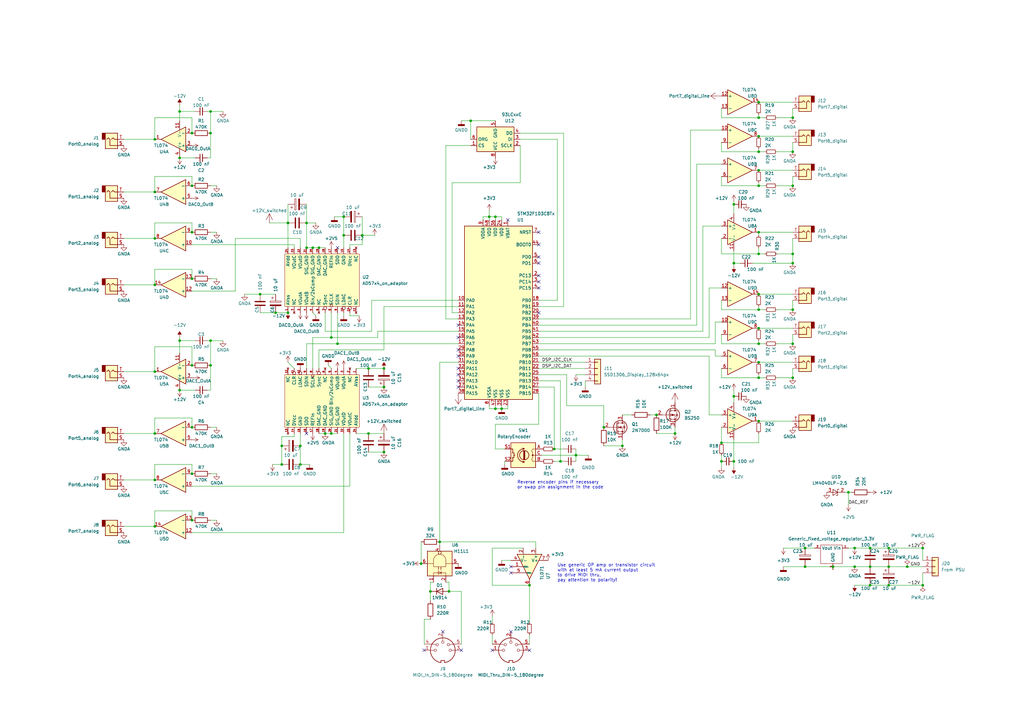
<source format=kicad_sch>
(kicad_sch (version 20211123) (generator eeschema)
  (paper "A3")
  (title_block (title "Midimagic") (date "2022-06-08") (rev "1.2"))
  (junction (at 115.57 190.5))
  (junction (at 330.2 224.79))
  (junction (at 311.15 127))
  (junction (at 378.46 240.03))
  (junction (at 311.15 120.65))
  (junction (at 115.57 182.88))
  (junction (at 78.74 149.86))
  (junction (at 350.52 224.79))
  (junction (at 227.33 184.15))
  (junction (at 148.59 96.52))
  (junction (at 125.73 91.44))
  (junction (at 311.15 55.88))
  (junction (at 325.12 127))
  (junction (at 63.5 152.4))
  (junction (at 205.74 167.64))
  (junction (at 63.5 97.79))
  (junction (at 295.91 181.61))
  (junction (at 130.81 101.6))
  (junction (at 151.13 177.8))
  (junction (at 176.53 242.57))
  (junction (at 247.65 175.26))
  (junction (at 311.15 48.26))
  (junction (at 128.27 101.6))
  (junction (at 125.73 101.6))
  (junction (at 300.99 107.95))
  (junction (at 356.87 240.03))
  (junction (at 123.19 182.88))
  (junction (at 63.5 78.74))
  (junction (at 325.12 140.97))
  (junction (at 311.15 41.91))
  (junction (at 86.36 54.61))
  (junction (at 330.2 232.41))
  (junction (at 364.49 224.79))
  (junction (at 300.99 162.56))
  (junction (at 73.66 64.77))
  (junction (at 311.15 140.97))
  (junction (at 123.19 190.5))
  (junction (at 157.48 158.75))
  (junction (at 113.03 128.27))
  (junction (at 63.5 196.85))
  (junction (at 276.86 177.8))
  (junction (at 295.91 189.23))
  (junction (at 356.87 232.41))
  (junction (at 63.5 177.8))
  (junction (at 311.15 69.85))
  (junction (at 311.15 104.14))
  (junction (at 325.12 154.94))
  (junction (at 135.89 138.43))
  (junction (at 140.97 96.52))
  (junction (at 78.74 76.2))
  (junction (at 78.74 114.3))
  (junction (at 341.63 232.41))
  (junction (at 180.34 222.25))
  (junction (at 63.5 116.84))
  (junction (at 325.12 62.23))
  (junction (at 78.74 194.31))
  (junction (at 311.15 148.59))
  (junction (at 356.87 224.79))
  (junction (at 300.99 189.23))
  (junction (at 203.2 88.9))
  (junction (at 138.43 140.97))
  (junction (at 269.24 170.18))
  (junction (at 217.17 240.03))
  (junction (at 78.74 213.36))
  (junction (at 325.12 48.26))
  (junction (at 63.5 215.9))
  (junction (at 300.99 83.82))
  (junction (at 203.2 167.64))
  (junction (at 86.36 45.72))
  (junction (at 172.72 231.14))
  (junction (at 311.15 62.23))
  (junction (at 184.15 242.57))
  (junction (at 372.11 232.41))
  (junction (at 364.49 240.03))
  (junction (at 325.12 107.95))
  (junction (at 325.12 104.14))
  (junction (at 73.66 160.02))
  (junction (at 78.74 175.26))
  (junction (at 350.52 232.41))
  (junction (at 86.36 149.86))
  (junction (at 311.15 76.2))
  (junction (at 135.89 177.8))
  (junction (at 78.74 54.61))
  (junction (at 140.97 88.9))
  (junction (at 229.87 189.23))
  (junction (at 118.11 128.27))
  (junction (at 200.66 88.9))
  (junction (at 118.11 91.44))
  (junction (at 78.74 95.25))
  (junction (at 73.66 139.7))
  (junction (at 106.68 120.65))
  (junction (at 157.48 151.13))
  (junction (at 73.66 45.72))
  (junction (at 157.48 185.42))
  (junction (at 311.15 154.94))
  (junction (at 133.35 177.8))
  (junction (at 193.04 49.53))
  (junction (at 311.15 95.25))
  (junction (at 255.27 182.88))
  (junction (at 378.46 224.79))
  (junction (at 236.22 186.69))
  (junction (at 63.5 57.15))
  (junction (at 86.36 139.7))
  (junction (at 151.13 151.13))
  (junction (at 311.15 172.72))
  (junction (at 325.12 76.2))
  (junction (at 364.49 232.41))
  (junction (at 347.98 201.93))
  (junction (at 311.15 134.62))
  (no_connect (at 208.28 90.17))
  (no_connect (at 220.98 128.27))
  (no_connect (at 220.98 95.25))
  (no_connect (at 220.98 100.33))
  (no_connect (at 220.98 107.95))
  (no_connect (at 220.98 105.41))
  (no_connect (at 220.98 113.03))
  (no_connect (at 220.98 115.57))
  (no_connect (at 220.98 118.11))
  (no_connect (at 187.96 158.75))
  (no_connect (at 187.96 156.21))
  (no_connect (at 187.96 153.67))
  (no_connect (at 187.96 151.13))
  (no_connect (at 187.96 146.05))
  (no_connect (at 187.96 143.51))
  (no_connect (at 187.96 138.43))
  (no_connect (at 187.96 133.35))
  (no_connect (at 217.17 266.7))
  (no_connect (at 209.55 259.08))
  (no_connect (at 201.93 266.7))
  (no_connect (at 189.23 266.7))
  (no_connect (at 181.61 259.08))
  (no_connect (at 173.99 266.7))
  (no_connect (at 209.55 234.95))
  (no_connect (at 209.55 232.41))
  (no_connect (at 125.73 177.8))
  (no_connect (at 138.43 101.6))
  (wire (pts (xy 311.15 69.85) (xy 325.12 69.85)))
  (wire (pts (xy 311.15 62.23) (xy 311.15 60.96)))
  (wire (pts (xy 311.15 139.7) (xy 311.15 140.97)))
  (wire (pts (xy 154.94 138.43) (xy 135.89 138.43)))
  (wire (pts (xy 255.27 170.18) (xy 259.08 170.18)))
  (wire (pts (xy 346.71 201.93) (xy 347.98 201.93)))
  (wire (pts (xy 73.66 45.72) (xy 80.01 45.72)))
  (wire (pts (xy 205.74 167.64) (xy 208.28 167.64)))
  (wire (pts (xy 134.62 149.86) (xy 135.89 151.13)))
  (wire (pts (xy 311.15 172.72) (xy 325.12 172.72)))
  (wire (pts (xy 78.74 91.44) (xy 78.74 95.25)))
  (wire (pts (xy 311.15 148.59) (xy 325.12 148.59)))
  (wire (pts (xy 318.77 140.97) (xy 325.12 140.97)))
  (wire (pts (xy 143.51 199.39) (xy 143.51 177.8)))
  (wire (pts (xy 293.37 143.51) (xy 293.37 146.05)))
  (wire (pts (xy 220.98 135.89) (xy 288.29 135.89)))
  (wire (pts (xy 86.36 95.25) (xy 88.9 95.25)))
  (wire (pts (xy 293.37 140.97) (xy 293.37 132.08)))
  (wire (pts (xy 325.12 72.39) (xy 325.12 76.2)))
  (wire (pts (xy 364.49 232.41) (xy 372.11 232.41)))
  (wire (pts (xy 86.36 160.02) (xy 86.36 149.86)))
  (wire (pts (xy 227.33 184.15) (xy 231.14 184.15)))
  (wire (pts (xy 78.74 110.49) (xy 78.74 114.3)))
  (wire (pts (xy 138.43 128.27) (xy 138.43 140.97)))
  (wire (pts (xy 219.71 222.25) (xy 219.71 224.79)))
  (wire (pts (xy 146.05 151.13) (xy 151.13 151.13)))
  (wire (pts (xy 140.97 128.27) (xy 140.97 129.54)))
  (wire (pts (xy 86.36 194.31) (xy 88.9 194.31)))
  (wire (pts (xy 311.15 104.14) (xy 313.69 104.14)))
  (wire (pts (xy 231.14 125.73) (xy 231.14 54.61)))
  (wire (pts (xy 152.4 123.19) (xy 187.96 123.19)))
  (wire (pts (xy 356.87 224.79) (xy 364.49 224.79)))
  (wire (pts (xy 232.41 153.67) (xy 232.41 166.37)))
  (wire (pts (xy 151.13 185.42) (xy 157.48 185.42)))
  (wire (pts (xy 78.74 218.44) (xy 140.97 218.44)))
  (wire (pts (xy 295.91 48.26) (xy 311.15 48.26)))
  (wire (pts (xy 205.74 90.17) (xy 205.74 88.9)))
  (wire (pts (xy 350.52 232.41) (xy 356.87 232.41)))
  (wire (pts (xy 236.22 184.15) (xy 236.22 186.69)))
  (wire (pts (xy 364.49 224.79) (xy 378.46 224.79)))
  (wire (pts (xy 300.99 189.23) (xy 300.99 191.77)))
  (wire (pts (xy 50.8 97.79) (xy 63.5 97.79)))
  (wire (pts (xy 172.72 222.25) (xy 172.72 231.14)))
  (wire (pts (xy 295.91 181.61) (xy 311.15 181.61)))
  (wire (pts (xy 220.98 156.21) (xy 229.87 156.21)))
  (wire (pts (xy 311.15 101.6) (xy 311.15 104.14)))
  (wire (pts (xy 220.98 133.35) (xy 285.75 133.35)))
  (wire (pts (xy 350.52 232.41) (xy 341.63 232.41)))
  (wire (pts (xy 300.99 162.56) (xy 300.99 165.1)))
  (wire (pts (xy 220.98 146.05) (xy 290.83 146.05)))
  (wire (pts (xy 63.5 177.8) (xy 63.5 171.45)))
  (wire (pts (xy 185.42 74.93) (xy 213.36 74.93)))
  (wire (pts (xy 198.12 90.17) (xy 198.12 88.9)))
  (wire (pts (xy 187.96 140.97) (xy 138.43 140.97)))
  (wire (pts (xy 311.15 127) (xy 313.69 127)))
  (wire (pts (xy 203.2 173.99) (xy 220.98 173.99)))
  (wire (pts (xy 217.17 240.03) (xy 217.17 255.27)))
  (wire (pts (xy 86.36 114.3) (xy 88.9 114.3)))
  (wire (pts (xy 106.68 128.27) (xy 113.03 128.27)))
  (wire (pts (xy 78.74 72.39) (xy 78.74 76.2)))
  (wire (pts (xy 318.77 104.14) (xy 325.12 104.14)))
  (wire (pts (xy 63.5 78.74) (xy 63.5 72.39)))
  (wire (pts (xy 232.41 153.67) (xy 220.98 153.67)))
  (wire (pts (xy 213.36 74.93) (xy 213.36 59.69)))
  (wire (pts (xy 151.13 158.75) (xy 157.48 158.75)))
  (wire (pts (xy 152.4 135.89) (xy 152.4 123.19)))
  (wire (pts (xy 78.74 199.39) (xy 143.51 199.39)))
  (wire (pts (xy 311.15 62.23) (xy 313.69 62.23)))
  (wire (pts (xy 96.52 119.38) (xy 96.52 97.79)))
  (wire (pts (xy 325.12 123.19) (xy 325.12 127)))
  (wire (pts (xy 118.11 91.44) (xy 118.11 101.6)))
  (wire (pts (xy 86.36 45.72) (xy 85.09 45.72)))
  (wire (pts (xy 50.8 215.9) (xy 63.5 215.9)))
  (wire (pts (xy 318.77 154.94) (xy 325.12 154.94)))
  (wire (pts (xy 50.8 196.85) (xy 63.5 196.85)))
  (wire (pts (xy 50.8 152.4) (xy 63.5 152.4)))
  (wire (pts (xy 227.33 184.15) (xy 227.33 158.75)))
  (wire (pts (xy 140.97 88.9) (xy 140.97 96.52)))
  (wire (pts (xy 113.03 128.27) (xy 118.11 128.27)))
  (wire (pts (xy 227.33 189.23) (xy 229.87 189.23)))
  (wire (pts (xy 78.74 209.55) (xy 78.74 213.36)))
  (wire (pts (xy 295.91 127) (xy 295.91 123.19)))
  (wire (pts (xy 325.12 104.14) (xy 325.12 107.95)))
  (wire (pts (xy 205.74 166.37) (xy 205.74 167.64)))
  (wire (pts (xy 78.74 171.45) (xy 78.74 175.26)))
  (wire (pts (xy 311.15 96.52) (xy 311.15 95.25)))
  (wire (pts (xy 184.15 238.76) (xy 182.88 238.76)))
  (wire (pts (xy 133.35 135.89) (xy 152.4 135.89)))
  (wire (pts (xy 73.66 138.43) (xy 73.66 139.7)))
  (wire (pts (xy 128.27 151.13) (xy 128.27 138.43)))
  (wire (pts (xy 266.7 170.18) (xy 269.24 170.18)))
  (wire (pts (xy 123.19 182.88) (xy 123.19 190.5)))
  (wire (pts (xy 86.36 54.61) (xy 86.36 45.72)))
  (wire (pts (xy 201.93 260.35) (xy 201.93 264.16)))
  (wire (pts (xy 129.54 129.54) (xy 128.27 128.27)))
  (wire (pts (xy 283.21 130.81) (xy 283.21 53.34)))
  (wire (pts (xy 151.13 177.8) (xy 157.48 177.8)))
  (wire (pts (xy 325.12 137.16) (xy 325.12 140.97)))
  (wire (pts (xy 86.36 139.7) (xy 86.36 149.86)))
  (wire (pts (xy 63.5 48.26) (xy 78.74 48.26)))
  (wire (pts (xy 325.12 58.42) (xy 325.12 62.23)))
  (wire (pts (xy 187.96 128.27) (xy 185.42 128.27)))
  (wire (pts (xy 285.75 67.31) (xy 295.91 67.31)))
  (wire (pts (xy 293.37 132.08) (xy 295.91 132.08)))
  (wire (pts (xy 311.15 48.26) (xy 313.69 48.26)))
  (wire (pts (xy 295.91 186.69) (xy 295.91 189.23)))
  (wire (pts (xy 321.31 232.41) (xy 330.2 232.41)))
  (wire (pts (xy 135.89 177.8) (xy 138.43 177.8)))
  (wire (pts (xy 311.15 55.88) (xy 325.12 55.88)))
  (wire (pts (xy 123.19 97.79) (xy 123.19 101.6)))
  (wire (pts (xy 115.57 182.88) (xy 115.57 190.5)))
  (wire (pts (xy 50.8 116.84) (xy 63.5 116.84)))
  (wire (pts (xy 201.93 224.79) (xy 201.93 240.03)))
  (wire (pts (xy 86.36 45.72) (xy 91.44 45.72)))
  (wire (pts (xy 318.77 62.23) (xy 325.12 62.23)))
  (wire (pts (xy 130.81 151.13) (xy 130.81 143.51)))
  (wire (pts (xy 232.41 166.37) (xy 247.65 166.37)))
  (wire (pts (xy 143.51 100.33) (xy 148.59 100.33)))
  (wire (pts (xy 311.15 48.26) (xy 311.15 46.99)))
  (wire (pts (xy 330.2 224.79) (xy 334.01 224.79)))
  (wire (pts (xy 115.57 179.07) (xy 115.57 182.88)))
  (wire (pts (xy 123.19 190.5) (xy 127 190.5)))
  (wire (pts (xy 63.5 91.44) (xy 78.74 91.44)))
  (wire (pts (xy 220.98 140.97) (xy 293.37 140.97)))
  (wire (pts (xy 311.15 140.97) (xy 313.69 140.97)))
  (wire (pts (xy 311.15 140.97) (xy 295.91 140.97)))
  (wire (pts (xy 63.5 196.85) (xy 63.5 190.5)))
  (wire (pts (xy 220.98 148.59) (xy 240.03 148.59)))
  (wire (pts (xy 347.98 224.79) (xy 350.52 224.79)))
  (wire (pts (xy 205.74 229.87) (xy 209.55 229.87)))
  (wire (pts (xy 86.36 76.2) (xy 88.9 76.2)))
  (wire (pts (xy 255.27 182.88) (xy 255.27 180.34)))
  (wire (pts (xy 228.6 57.15) (xy 213.36 57.15)))
  (wire (pts (xy 110.49 91.44) (xy 118.11 91.44)))
  (wire (pts (xy 318.77 48.26) (xy 325.12 48.26)))
  (wire (pts (xy 300.99 82.55) (xy 300.99 83.82)))
  (wire (pts (xy 63.5 171.45) (xy 78.74 171.45)))
  (wire (pts (xy 96.52 97.79) (xy 123.19 97.79)))
  (wire (pts (xy 63.5 142.24) (xy 78.74 142.24)))
  (wire (pts (xy 86.36 139.7) (xy 91.44 139.7)))
  (wire (pts (xy 147.32 129.54) (xy 143.51 129.54)))
  (wire (pts (xy 203.2 184.15) (xy 207.01 184.15)))
  (wire (pts (xy 133.35 128.27) (xy 133.35 135.89)))
  (wire (pts (xy 201.93 240.03) (xy 217.17 240.03)))
  (wire (pts (xy 135.89 128.27) (xy 135.89 138.43)))
  (wire (pts (xy 276.86 175.26) (xy 276.86 177.8)))
  (wire (pts (xy 318.77 76.2) (xy 325.12 76.2)))
  (wire (pts (xy 118.11 83.82) (xy 118.11 91.44)))
  (wire (pts (xy 236.22 153.67) (xy 240.03 153.67)))
  (wire (pts (xy 200.66 166.37) (xy 200.66 167.64)))
  (wire (pts (xy 193.04 49.53) (xy 193.04 57.15)))
  (wire (pts (xy 50.8 57.15) (xy 63.5 57.15)))
  (wire (pts (xy 125.73 91.44) (xy 129.54 91.44)))
  (wire (pts (xy 146.05 177.8) (xy 151.13 177.8)))
  (wire (pts (xy 180.34 148.59) (xy 187.96 148.59)))
  (wire (pts (xy 133.35 177.8) (xy 135.89 177.8)))
  (wire (pts (xy 288.29 92.71) (xy 295.91 92.71)))
  (wire (pts (xy 318.77 127) (xy 325.12 127)))
  (wire (pts (xy 176.53 238.76) (xy 177.8 238.76)))
  (wire (pts (xy 325.12 44.45) (xy 325.12 48.26)))
  (wire (pts (xy 231.14 54.61) (xy 213.36 54.61)))
  (wire (pts (xy 347.98 207.01) (xy 347.98 201.93)))
  (wire (pts (xy 295.91 72.39) (xy 295.91 76.2)))
  (wire (pts (xy 356.87 232.41) (xy 364.49 232.41)))
  (wire (pts (xy 63.5 110.49) (xy 78.74 110.49)))
  (wire (pts (xy 372.11 232.41) (xy 378.46 232.41)))
  (wire (pts (xy 201.93 252.73) (xy 201.93 255.27)))
  (wire (pts (xy 300.99 160.02) (xy 300.99 162.56)))
  (wire (pts (xy 285.75 133.35) (xy 285.75 67.31)))
  (wire (pts (xy 198.12 88.9) (xy 200.66 88.9)))
  (wire (pts (xy 78.74 119.38) (xy 96.52 119.38)))
  (wire (pts (xy 220.98 151.13) (xy 240.03 151.13)))
  (wire (pts (xy 100.33 120.65) (xy 106.68 120.65)))
  (wire (pts (xy 50.8 177.8) (xy 63.5 177.8)))
  (wire (pts (xy 128.27 101.6) (xy 130.81 101.6)))
  (wire (pts (xy 176.53 242.57) (xy 176.53 246.38)))
  (wire (pts (xy 73.66 64.77) (xy 80.01 64.77)))
  (wire (pts (xy 222.25 186.69) (xy 236.22 186.69)))
  (wire (pts (xy 220.98 125.73) (xy 231.14 125.73)))
  (wire (pts (xy 203.2 90.17) (xy 203.2 88.9)))
  (wire (pts (xy 85.09 160.02) (xy 86.36 160.02)))
  (wire (pts (xy 350.52 224.79) (xy 356.87 224.79)))
  (wire (pts (xy 73.66 43.18) (xy 73.66 45.72)))
  (wire (pts (xy 118.11 148.59) (xy 120.65 151.13)))
  (wire (pts (xy 173.99 264.16) (xy 173.99 254)))
  (wire (pts (xy 154.94 135.89) (xy 154.94 138.43)))
  (wire (pts (xy 73.66 45.72) (xy 73.66 49.53)))
  (wire (pts (xy 63.5 209.55) (xy 78.74 209.55)))
  (wire (pts (xy 300.99 107.95) (xy 300.99 109.22)))
  (wire (pts (xy 288.29 135.89) (xy 288.29 92.71)))
  (wire (pts (xy 300.99 180.34) (xy 300.99 189.23)))
  (wire (pts (xy 130.81 177.8) (xy 133.35 177.8)))
  (wire (pts (xy 236.22 186.69) (xy 241.3 186.69)))
  (wire (pts (xy 311.15 120.65) (xy 325.12 120.65)))
  (wire (pts (xy 295.91 62.23) (xy 311.15 62.23)))
  (wire (pts (xy 73.66 139.7) (xy 80.01 139.7)))
  (wire (pts (xy 140.97 218.44) (xy 140.97 177.8)))
  (wire (pts (xy 311.15 153.67) (xy 311.15 154.94)))
  (wire (pts (xy 295.91 140.97) (xy 295.91 137.16)))
  (wire (pts (xy 63.5 215.9) (xy 63.5 209.55)))
  (wire (pts (xy 63.5 190.5) (xy 78.74 190.5)))
  (wire (pts (xy 143.51 129.54) (xy 143.51 128.27)))
  (wire (pts (xy 220.98 138.43) (xy 290.83 138.43)))
  (wire (pts (xy 240.03 156.21) (xy 240.03 158.75)))
  (wire (pts (xy 130.81 101.6) (xy 133.35 101.6)))
  (wire (pts (xy 125.73 140.97) (xy 138.43 140.97)))
  (wire (pts (xy 295.91 104.14) (xy 295.91 97.79)))
  (wire (pts (xy 228.6 123.19) (xy 228.6 57.15)))
  (wire (pts (xy 86.36 213.36) (xy 88.9 213.36)))
  (wire (pts (xy 300.99 102.87) (xy 300.99 107.95)))
  (wire (pts (xy 189.23 49.53) (xy 193.04 49.53)))
  (wire (pts (xy 283.21 53.34) (xy 295.91 53.34)))
  (wire (pts (xy 229.87 156.21) (xy 229.87 189.23)))
  (wire (pts (xy 214.63 224.79) (xy 201.93 224.79)))
  (wire (pts (xy 189.23 242.57) (xy 184.15 242.57)))
  (wire (pts (xy 311.15 41.91) (xy 325.12 41.91)))
  (wire (pts (xy 290.83 138.43) (xy 290.83 118.11)))
  (wire (pts (xy 189.23 264.16) (xy 189.23 242.57)))
  (wire (pts (xy 308.61 107.95) (xy 325.12 107.95)))
  (wire (pts (xy 295.91 58.42) (xy 295.91 62.23)))
  (wire (pts (xy 125.73 91.44) (xy 125.73 101.6)))
  (wire (pts (xy 300.99 107.95) (xy 303.53 107.95)))
  (wire (pts (xy 130.81 143.51) (xy 157.48 143.51)))
  (wire (pts (xy 173.99 254) (xy 176.53 254)))
  (wire (pts (xy 321.31 224.79) (xy 330.2 224.79)))
  (wire (pts (xy 63.5 116.84) (xy 63.5 110.49)))
  (wire (pts (xy 180.34 222.25) (xy 180.34 148.59)))
  (wire (pts (xy 330.2 232.41) (xy 341.63 232.41)))
  (wire (pts (xy 203.2 166.37) (xy 203.2 167.64)))
  (wire (pts (xy 220.98 143.51) (xy 293.37 143.51)))
  (wire (pts (xy 295.91 76.2) (xy 311.15 76.2)))
  (wire (pts (xy 86.36 64.77) (xy 85.09 64.77)))
  (wire (pts (xy 78.74 142.24) (xy 78.74 149.86)))
  (wire (pts (xy 269.24 177.8) (xy 276.86 177.8)))
  (wire (pts (xy 120.65 101.6) (xy 120.65 100.33)))
  (wire (pts (xy 311.15 154.94) (xy 295.91 154.94)))
  (wire (pts (xy 217.17 260.35) (xy 217.17 264.16)))
  (wire (pts (xy 378.46 229.87) (xy 378.46 224.79)))
  (wire (pts (xy 120.65 100.33) (xy 78.74 100.33)))
  (wire (pts (xy 364.49 240.03) (xy 378.46 240.03)))
  (wire (pts (xy 325.12 154.94) (xy 325.12 151.13)))
  (wire (pts (xy 290.83 118.11) (xy 295.91 118.11)))
  (wire (pts (xy 137.16 88.9) (xy 140.97 88.9)))
  (wire (pts (xy 295.91 189.23) (xy 295.91 191.77)))
  (wire (pts (xy 205.74 88.9) (xy 203.2 88.9)))
  (wire (pts (xy 157.48 143.51) (xy 157.48 125.73)))
  (wire (pts (xy 63.5 57.15) (xy 63.5 48.26)))
  (wire (pts (xy 350.52 240.03) (xy 356.87 240.03)))
  (wire (pts (xy 203.2 88.9) (xy 200.66 88.9)))
  (wire (pts (xy 378.46 234.95) (xy 378.46 240.03)))
  (wire (pts (xy 295.91 44.45) (xy 295.91 48.26)))
  (wire (pts (xy 227.33 158.75) (xy 220.98 158.75)))
  (wire (pts (xy 185.42 128.27) (xy 185.42 74.93)))
  (wire (pts (xy 311.15 76.2) (xy 313.69 76.2)))
  (wire (pts (xy 123.19 177.8) (xy 123.19 182.88)))
  (wire (pts (xy 229.87 189.23) (xy 231.14 189.23)))
  (wire (pts (xy 325.12 97.79) (xy 325.12 104.14)))
  (wire (pts (xy 182.88 130.81) (xy 182.88 59.69)))
  (wire (pts (xy 295.91 154.94) (xy 295.91 151.13)))
  (wire (pts (xy 120.65 179.07) (xy 115.57 179.07)))
  (wire (pts (xy 184.15 242.57) (xy 184.15 238.76)))
  (wire (pts (xy 220.98 130.81) (xy 283.21 130.81)))
  (wire (pts (xy 203.2 167.64) (xy 205.74 167.64)))
  (wire (pts (xy 148.59 100.33) (xy 148.59 96.52)))
  (wire (pts (xy 143.51 101.6) (xy 143.51 100.33)))
  (wire (pts (xy 247.65 182.88) (xy 255.27 182.88)))
  (wire (pts (xy 86.36 175.26) (xy 88.9 175.26)))
  (wire (pts (xy 193.04 49.53) (xy 203.2 49.53)))
  (wire (pts (xy 311.15 181.61) (xy 311.15 177.8)))
  (wire (pts (xy 157.48 125.73) (xy 187.96 125.73)))
  (wire (pts (xy 220.98 123.19) (xy 228.6 123.19)))
  (wire (pts (xy 125.73 151.13) (xy 125.73 140.97)))
  (wire (pts (xy 293.37 146.05) (xy 295.91 146.05)))
  (wire (pts (xy 200.66 88.9) (xy 200.66 90.17)))
  (wire (pts (xy 151.13 151.13) (xy 157.48 151.13)))
  (wire (pts (xy 200.66 167.64) (xy 203.2 167.64)))
  (wire (pts (xy 247.65 166.37) (xy 247.65 175.26)))
  (wire (pts (xy 341.63 232.41) (xy 341.63 233.68)))
  (wire (pts (xy 311.15 125.73) (xy 311.15 127)))
  (wire (pts (xy 236.22 186.69) (xy 236.22 189.23)))
  (wire (pts (xy 208.28 167.64) (xy 208.28 166.37)))
  (wire (pts (xy 50.8 78.74) (xy 63.5 78.74)))
  (wire (pts (xy 125.73 101.6) (xy 128.27 101.6)))
  (wire (pts (xy 86.36 54.61) (xy 86.36 64.77)))
  (wire (pts (xy 148.59 96.52) (xy 153.67 96.52)))
  (wire (pts (xy 63.5 72.39) (xy 78.74 72.39)))
  (wire (pts (xy 176.53 242.57) (xy 176.53 238.76)))
  (wire (pts (xy 220.98 161.29) (xy 220.98 173.99)))
  (wire (pts (xy 356.87 240.03) (xy 364.49 240.03)))
  (wire (pts (xy 311.15 134.62) (xy 325.12 134.62)))
  (wire (pts (xy 300.99 83.82) (xy 300.99 87.63)))
  (wire (pts (xy 313.69 154.94) (xy 311.15 154.94)))
  (wire (pts (xy 347.98 201.93) (xy 349.25 201.93)))
  (wire (pts (xy 203.2 184.15) (xy 203.2 173.99)))
  (wire (pts (xy 63.5 97.79) (xy 63.5 91.44)))
  (wire (pts (xy 200.66 88.9) (xy 200.66 86.36)))
  (wire (pts (xy 207.01 189.23) (xy 207.01 190.5)))
  (wire (pts (xy 311.15 127) (xy 295.91 127)))
  (wire (pts (xy 63.5 152.4) (xy 63.5 142.24)))
  (wire (pts (xy 311.15 76.2) (xy 311.15 74.93)))
  (wire (pts (xy 106.68 120.65) (xy 113.03 120.65)))
  (wire (pts (xy 187.96 130.81) (xy 182.88 130.81)))
  (wire (pts (xy 111.76 190.5) (xy 115.57 190.5)))
  (wire (pts (xy 120.65 177.8) (xy 120.65 179.07)))
  (wire (pts (xy 180.34 223.52) (xy 180.34 222.25)))
  (wire (pts (xy 290.83 146.05) (xy 290.83 170.18)))
  (wire (pts (xy 128.27 138.43) (xy 135.89 138.43)))
  (wire (pts (xy 180.34 222.25) (xy 219.71 222.25)))
  (wire (pts (xy 85.09 139.7) (xy 86.36 139.7)))
  (wire (pts (xy 290.83 170.18) (xy 295.91 170.18)))
  (wire (pts (xy 78.74 48.26) (xy 78.74 54.61)))
  (wire (pts (xy 187.96 135.89) (xy 154.94 135.89)))
  (wire (pts (xy 295.91 181.61) (xy 295.91 175.26)))
  (wire (pts (xy 311.15 95.25) (xy 325.12 95.25)))
  (wire (pts (xy 78.74 190.5) (xy 78.74 194.31)))
  (wire (pts (xy 148.59 88.9) (xy 148.59 96.52)))
  (wire (pts (xy 125.73 83.82) (xy 125.73 91.44)))
  (wire (pts (xy 140.97 96.52) (xy 140.97 101.6)))
  (wire (pts (xy 73.66 139.7) (xy 73.66 144.78)))
  (wire (pts (xy 73.66 160.02) (xy 80.01 160.02)))
  (wire (pts (xy 311.15 104.14) (xy 295.91 104.14)))
  (wire (pts (xy 182.88 59.69) (xy 193.04 59.69)))
  (text "Reverse encoder pins if necessary \nor swap pin assignment in the code" (at 212.09 200.66 0) (effects (font (size 1.27 1.27)) (justify left bottom)))
  (text "Use generic OP amp or transistor circuit\nwith at least 5 mA current output\nto drive MIDI thru,\npay attention to polarity!" (at 228.6 238.76 0) (effects (font (size 1.27 1.27)) (justify left bottom)))
  (label "GND" (at 373.38 232.41 0))
  (label "-12V" (at 372.11 240.03 0))
  (label "DSP_I2C_CLK" (at 222.25 148.59 0))
  (label "DAC_REF" (at 347.98 207.01 0))
  (label "+12V" (at 372.11 224.79 0))
  (label "DSP_I2C_DAT" (at 222.25 151.13 0))
  (symbol (lib_id "power:GNDA") (at 88.9 95.25 0) (unit 1)
    (property "Reference" "#PWR018" (effects hide))
    (property "Value" "GNDA" (at 88.9 99.06 0))
  )
  (symbol (lib_id "Device:C_Small") (at 303.53 83.82 90) (unit 1)
    (property "Reference" "C20" (at 304.8 78.74 90))
    (property "Value" "100 nF" (at 306.07 81.28 90))
  )
  (symbol (lib_id "power:GNDD") (at 129.54 129.54 0) (unit 1)
    (property "Reference" "#PWR036" (effects hide))
    (property "Value" "GNDD" (at 129.54 133.35 0))
  )
  (symbol (lib_id "Device:R_Small") (at 316.23 154.94 90) (unit 1)
    (property "Reference" "R33" (at 314.96 160.02 0) (effects (justify left)))
    (property "Value" "1K" (at 317.5 158.75 0) (effects (justify left)))
  )
  (symbol (lib_id "Connector:DIN-5_180degree") (at 209.55 266.7 0) (unit 1)
    (property "Reference" "J10" (at 209.5501 274.32 0))
    (property "Value" "MIDI_Thru_DIN-5_180degree" (at 209.5501 276.86 0))
    (property "Datasheet" "http://www.mouser.com/ds/2/18/40_c091_abd_e-75918.pdf" (effects hide))
  )
  (symbol (lib_id "power:GNDA") (at 50.8 119.38 0) (unit 1)
    (property "Reference" "#PWR04" (effects hide))
    (property "Value" "GNDA" (at 50.8 123.19 0))
  )
  (symbol (lib_id "Device:R") (at 82.55 149.86 90) (unit 1)
    (property "Reference" "R5" (at 82.55 147.32 90))
    (property "Value" "470K" (at 82.55 152.4 90))
  )
  (symbol (lib_id "power:GNDD") (at 240.03 158.75 0) (unit 1)
    (property "Reference" "#PWR060" (effects hide))
    (property "Value" "GNDD" (at 240.03 162.56 0))
  )
  (symbol (lib_id "Device:R") (at 82.55 213.36 90) (unit 1)
    (property "Reference" "R8" (at 82.55 210.82 90))
    (property "Value" "470K" (at 82.55 215.9 90))
  )
  (symbol (lib_id "Amplifier_Operational:TL074") (at 71.12 215.9 180) (unit 4)
    (property "Reference" "U5" (at 67.31 220.98 0))
    (property "Value" "TL074" (at 66.04 218.44 0))
    (property "Datasheet" "http://www.ti.com/lit/ds/symlink/tl071.pdf" (effects hide))
  )
  (symbol (lib_id "Amplifier_Operational:TL074") (at 71.12 78.74 180) (unit 2)
    (property "Reference" "U4" (at 67.31 83.82 0))
    (property "Value" "TL074" (at 66.04 81.28 0))
    (property "Datasheet" "http://www.ti.com/lit/ds/symlink/tl071.pdf" (effects hide))
  )
  (symbol (lib_id "power:+12V") (at 300.99 160.02 0) (unit 1)
    (property "Reference" "#PWR069" (effects hide))
    (property "Value" "+12V" (at 297.18 158.75 0))
  )
  (symbol (lib_id "Device:R") (at 353.06 201.93 90) (unit 1)
    (property "Reference" "R34" (at 351.7899 199.39 0) (effects (justify left)))
    (property "Value" "20K" (at 354.3299 199.39 0) (effects (justify left)))
  )
  (symbol (lib_id "Device:C_Polarized") (at 121.92 83.82 90) (unit 1)
    (property "Reference" "C9" (at 124.46 85.09 90))
    (property "Value" "10 uF" (at 121.92 80.01 90))
  )
  (symbol (lib_id "Connector:AudioJack2") (at 45.72 57.15 0) (mirror x) (unit 1) (on_board no)
    (property "Reference" "J1" (at 40.64 56.5149 0) (effects (justify right)))
    (property "Value" "Port0_analog" (at 40.64 59.0549 0) (effects (justify right)))
  )
  (symbol (lib_id "Device:R_Small") (at 311.15 175.26 0) (unit 1)
    (property "Reference" "R26" (at 313.69 173.9899 0) (effects (justify left)))
    (property "Value" "2K" (at 313.69 176.5299 0) (effects (justify left)))
  )
  (symbol (lib_id "power:GNDA") (at 88.9 76.2 0) (unit 1)
    (property "Reference" "#PWR017" (effects hide))
    (property "Value" "GNDA" (at 88.9 80.01 0))
  )
  (symbol (lib_id "power:GNDD") (at 321.31 232.41 0) (unit 1)
    (property "Reference" "#PWR074" (effects hide))
    (property "Value" "GNDD" (at 321.31 237.49 0))
  )
  (symbol (lib_id "power:-12V") (at 350.52 240.03 0) (mirror x) (unit 1)
    (property "Reference" "#PWR087" (effects hide))
    (property "Value" "-12V" (at 350.52 243.84 0))
  )
  (symbol (lib_id "power:+3.3V") (at 147.32 129.54 0) (mirror x) (unit 1)
    (property "Reference" "#PWR044" (effects hide))
    (property "Value" "+3.3V" (at 147.32 133.35 0))
  )
  (symbol (lib_id "Amplifier_Operational:TL074") (at 303.53 172.72 0) (unit 5)
    (property "Reference" "U9" (effects hide))
    (property "Value" "TL074" (effects hide))
    (property "Datasheet" "http://www.ti.com/lit/ds/symlink/tl071.pdf" (effects hide))
  )
  (symbol (lib_id "Device:C_Polarized") (at 119.38 182.88 90) (unit 1)
    (property "Reference" "C7" (at 121.92 184.15 90))
    (property "Value" "10 uF" (at 119.38 186.69 90))
  )
  (symbol (lib_id "Connector:AudioJack2") (at 330.2 69.85 180) (unit 1)
    (property "Reference" "J14" (at 335.28 69.2149 0) (effects (justify right)))
    (property "Value" "Port5_digital" (at 335.28 71.7549 0) (effects (justify right)))
  )
  (symbol (lib_id "Device:R_Small") (at 316.23 76.2 90) (unit 1)
    (property "Reference" "R29" (at 314.96 81.28 0) (effects (justify left)))
    (property "Value" "1K" (at 317.5 80.01 0) (effects (justify left)))
  )
  (symbol (lib_id "power:GNDD") (at 187.96 231.14 0) (unit 1)
    (property "Reference" "#PWR052" (effects hide))
    (property "Value" "GNDD" (at 189.23 234.95 0))
  )
  (symbol (lib_id "power:+3.3V") (at 203.2 64.77 0) (mirror x) (unit 1)
    (property "Reference" "#PWR090" (effects hide))
    (property "Value" "+3.3V" (at 200.66 68.58 0))
  )
  (symbol (lib_id "Connector:AudioJack2") (at 45.72 116.84 0) (mirror x) (unit 1)
    (property "Reference" "J4" (at 40.64 116.2049 0) (effects (justify right)))
    (property "Value" "Port3_analog" (at 40.64 118.7449 0) (effects (justify right)))
  )
  (symbol (lib_id "Diode:1N914") (at 180.34 242.57 0) (unit 1)
    (property "Reference" "D1" (at 180.34 240.03 0))
    (property "Value" "1N914" (at 180.34 245.11 0))
    (property "Footprint" "Diode_THT:D_DO-35_SOD27_P7.62mm_Horizontal" (effects hide))
    (property "Datasheet" "http://www.vishay.com/docs/85622/1n914.pdf" (effects hide))
  )
  (symbol (lib_id "Connector:AudioJack2") (at 330.2 148.59 180) (unit 1)
    (property "Reference" "J18" (at 335.28 147.9549 0) (effects (justify right)))
    (property "Value" "Port1_digital" (at 335.28 150.4949 0) (effects (justify right)))
  )
  (symbol (lib_id "Amplifier_Operational:TL074") (at 303.53 69.85 0) (unit 2)
    (property "Reference" "U8" (at 308.61 67.31 0))
    (property "Value" "TL074" (at 307.34 64.77 0))
    (property "Datasheet" "http://www.ti.com/lit/ds/symlink/tl071.pdf" (effects hide))
  )
  (symbol (lib_id "Device:R_Small") (at 224.79 184.15 90) (unit 1)
    (property "Reference" "R13" (at 224.79 181.61 90))
    (property "Value" "1K" (at 224.79 179.07 90))
  )
  (symbol (lib_id "Device:R") (at 82.55 76.2 90) (unit 1)
    (property "Reference" "R2" (at 82.55 73.66 90))
    (property "Value" "470K" (at 82.55 78.74 90))
  )
  (symbol (lib_id "Device:R_Small") (at 316.23 140.97 90) (unit 1)
    (property "Reference" "R32" (at 314.96 146.05 0) (effects (justify left)))
    (property "Value" "1K" (at 317.5 144.78 0) (effects (justify left)))
  )
  (symbol (lib_id "Amplifier_Operational:TL074") (at 71.12 196.85 180) (unit 3)
    (property "Reference" "U5" (at 67.31 201.93 0))
    (property "Value" "TL074" (at 66.04 199.39 0))
    (property "Datasheet" "http://www.ti.com/lit/ds/symlink/tl071.pdf" (effects hide))
  )
  (symbol (lib_id "power:GNDA") (at 325.12 175.26 0) (unit 1)
    (property "Reference" "#PWR082" (effects hide))
    (property "Value" "GNDA" (at 323.85 179.07 0))
  )
  (symbol (lib_id "power:+12V") (at 356.87 201.93 270) (unit 1)
    (property "Reference" "#PWR088" (effects hide))
    (property "Value" "+12V" (at 360.68 201.9301 90) (effects (justify left)))
  )
  (symbol (lib_id "power:GNDD") (at 140.97 129.54 0) (unit 1)
    (property "Reference" "#PWR042" (effects hide))
    (property "Value" "GNDD" (at 140.97 133.35 0))
  )
  (symbol (lib_id "Device:R_Small") (at 217.17 257.81 0) (unit 1)
    (property "Reference" "R12" (at 213.36 255.27 0) (effects (justify left)))
    (property "Value" "220R" (at 210.82 257.81 0) (effects (justify left)))
  )
  (symbol (lib_id "Device:R_Small") (at 316.23 104.14 90) (unit 1)
    (property "Reference" "R30" (at 318.77 102.87 0) (effects (justify left)))
    (property "Value" "1K" (at 317.5 107.95 0) (effects (justify left)))
  )
  (symbol (lib_id "power:GNDA") (at 325.12 48.26 0) (unit 1)
    (property "Reference" "#PWR075" (effects hide))
    (property "Value" "GNDA" (at 323.85 52.07 0))
  )
  (symbol (lib_id "Connector:AudioJack2") (at 330.2 120.65 180) (unit 1)
    (property "Reference" "J16" (at 335.28 120.0149 0) (effects (justify right)))
    (property "Value" "Port3_digital" (at 335.28 122.5549 0) (effects (justify right)))
  )
  (symbol (lib_id "power:GNDA") (at 50.8 218.44 0) (unit 1)
    (property "Reference" "#PWR08" (effects hide))
    (property "Value" "GNDA" (at 50.8 222.25 0))
  )
  (symbol (lib_id "midimagic_components:DAC1_OutA") (at 78.74 154.94 270) (unit 1) (in_bom no) (on_board no)
    (property "Reference" "#PWR015" (effects hide))
    (property "Value" "DAC1_OutA" (at 76.2 156.21 90) (effects (justify left)))
  )
  (symbol (lib_id "Device:C_Small") (at 82.55 45.72 90) (unit 1)
    (property "Reference" "C1" (at 82.55 40.64 90))
    (property "Value" "100 nF" (at 82.55 43.18 90))
  )
  (symbol (lib_id "Amplifier_Operational:TL074") (at 303.53 95.25 0) (unit 5)
    (property "Reference" "U8" (effects hide))
    (property "Value" "TL074" (effects hide))
    (property "Datasheet" "http://www.ti.com/lit/ds/symlink/tl071.pdf" (effects hide))
  )
  (symbol (lib_id "power:-12V") (at 300.99 191.77 0) (mirror x) (unit 1)
    (property "Reference" "#PWR070" (effects hide))
    (property "Value" "-12V" (at 302.26 195.58 0))
  )
  (symbol (lib_id "midimagic_components:DAC1_OutA") (at 140.97 151.13 0) (unit 1) (in_bom no) (on_board no)
    (property "Reference" "#PWR043" (effects hide))
    (property "Value" "DAC1_OutA" (at 147.32 147.32 0))
  )
  (symbol (lib_id "Device:C_Polarized") (at 113.03 124.46 0) (unit 1)
    (property "Reference" "C6" (at 111.76 127 90))
    (property "Value" "10 uF" (at 113.03 116.84 90))
  )
  (symbol (lib_id "Amplifier_Operational:TL074") (at 303.53 120.65 0) (unit 4)
    (property "Reference" "U9" (at 308.61 118.11 0))
    (property "Value" "TL074" (at 307.34 115.57 0))
    (property "Datasheet" "http://www.ti.com/lit/ds/symlink/tl071.pdf" (effects hide))
  )
  (symbol (lib_id "power:-12V") (at 118.11 128.27 0) (mirror x) (unit 1)
    (property "Reference" "#PWR028" (effects hide))
    (property "Value" "-12V" (at 114.3 129.54 0))
  )
  (symbol (lib_id "Device:C") (at 144.78 96.52 90) (unit 1)
    (property "Reference" "C12" (at 147.32 97.79 90))
    (property "Value" "100 nF" (at 144.78 92.71 90))
  )
  (symbol (lib_id "power:GNDD") (at 189.23 49.53 0) (unit 1)
    (property "Reference" "#PWR089" (effects hide))
    (property "Value" "GNDD" (at 189.23 53.34 0))
  )
  (symbol (lib_id "power:GNDA") (at 339.09 201.93 0) (unit 1)
    (property "Reference" "#PWR083" (effects hide))
    (property "Value" "GNDA" (at 339.09 207.01 0))
  )
  (symbol (lib_id "power:PWR_FLAG") (at 378.46 240.03 180) (unit 1)
    (property "Reference" "#FLG0102" (effects hide))
    (property "Value" "PWR_FLAG" (at 378.46 245.11 0))
  )
  (symbol (lib_id "power:GNDA") (at 133.35 177.8 0) (unit 1)
    (property "Reference" "#PWR037" (effects hide))
    (property "Value" "GNDA" (at 134.62 181.61 0))
  )
  (symbol (lib_id "power:+3.3V") (at 321.31 224.79 0) (mirror x) (unit 1)
    (property "Reference" "#PWR073" (effects hide))
    (property "Value" "+3.3V" (at 321.31 229.87 0))
  )
  (symbol (lib_id "Device:R_Small") (at 311.15 99.06 0) (unit 1)
    (property "Reference" "R22" (at 313.69 97.7899 0) (effects (justify left)))
    (property "Value" "2K" (at 313.69 100.3299 0) (effects (justify left)))
  )
  (symbol (lib_id "power:GNDA") (at 100.33 120.65 0) (unit 1)
    (property "Reference" "#PWR025" (effects hide))
    (property "Value" "GNDA" (at 100.33 124.46 0))
  )
  (symbol (lib_id "Amplifier_Operational:TL074") (at 303.53 41.91 0) (unit 4)
    (property "Reference" "U8" (at 308.61 39.37 0))
    (property "Value" "TL074" (at 307.34 36.83 0))
    (property "Datasheet" "http://www.ti.com/lit/ds/symlink/tl071.pdf" (effects hide))
  )
  (symbol (lib_id "Amplifier_Operational:TL074") (at 303.53 148.59 0) (unit 2)
    (property "Reference" "U9" (at 308.61 146.05 0))
    (property "Value" "TL074" (at 307.34 143.51 0))
    (property "Datasheet" "http://www.ti.com/lit/ds/symlink/tl071.pdf" (effects hide))
  )
  (symbol (lib_id "power:GNDD") (at 205.74 229.87 0) (unit 1)
    (property "Reference" "#PWR056" (effects hide))
    (property "Value" "GNDD" (at 205.74 233.68 0))
  )
  (symbol (lib_id "Device:R") (at 82.55 95.25 90) (unit 1)
    (property "Reference" "R3" (at 82.55 92.71 90))
    (property "Value" "470K" (at 82.55 97.79 90))
  )
  (symbol (lib_id "Device:C_Small") (at 306.07 107.95 90) (unit 1)
    (property "Reference" "C22" (at 306.07 105.41 90))
    (property "Value" "100 nF" (at 309.88 110.49 90))
  )
  (symbol (lib_id "midimagic_components:DAC0_OutB") (at 125.73 128.27 0) (unit 1) (in_bom no) (on_board no)
    (property "Reference" "#PWR032" (effects hide))
    (property "Value" "DAC0_OutB" (at 125.73 135.89 0))
  )
  (symbol (lib_id "Amplifier_Operational:TL074") (at 71.12 57.15 180) (unit 1)
    (property "Reference" "U4" (at 67.31 62.23 0))
    (property "Value" "TL074" (at 66.04 59.69 0))
    (property "Datasheet" "http://www.ti.com/lit/ds/symlink/tl071.pdf" (effects hide))
  )
  (symbol (lib_id "power:GNDA") (at 91.44 139.7 0) (unit 1)
    (property "Reference" "#PWR024" (effects hide))
    (property "Value" "GNDA" (at 91.44 143.51 0))
  )
  (symbol (lib_id "power:+2V5") (at 347.98 207.01 0) (mirror x) (unit 1)
    (property "Reference" "#PWR084" (effects hide))
    (property "Value" "+2V5" (at 347.98 212.09 0))
  )
  (symbol (lib_id "midimagic_components:+12V_switched") (at 276.86 165.1 0) (unit 1) (in_bom no) (on_board no)
    (property "Reference" "#PWR063" (effects hide))
    (property "Value" "+12V_switched" (at 276.86 158.75 0))
  )
  (symbol (lib_id "power:+3.3V") (at 172.72 231.14 90) (unit 1)
    (property "Reference" "#PWR050" (effects hide))
    (property "Value" "+3.3V" (at 170.18 231.14 90) (effects (justify left)))
  )
  (symbol (lib_id "Device:R") (at 247.65 179.07 0) (unit 1)
    (property "Reference" "R15" (at 248.92 177.8 0) (effects (justify left)))
    (property "Value" "10K" (at 248.92 180.34 0) (effects (justify left)))
  )
  (symbol (lib_id "midimagic_components:DAC1_OutB") (at 138.43 151.13 0) (unit 1) (in_bom no) (on_board no)
    (property "Reference" "#PWR041" (effects hide))
    (property "Value" "DAC1_OutB" (at 142.24 144.78 0))
  )
  (symbol (lib_id "Connector:AudioJack2") (at 330.2 134.62 180) (unit 1)
    (property "Reference" "J17" (at 335.28 133.9849 0) (effects (justify right)))
    (property "Value" "Port2_digital" (at 335.28 136.5249 0) (effects (justify right)))
  )
  (symbol (lib_id "Device:R_Small") (at 311.15 44.45 0) (unit 1)
    (property "Reference" "R19" (at 313.69 43.1799 0) (effects (justify left)))
    (property "Value" "2K" (at 313.69 45.7199 0) (effects (justify left)))
  )
  (symbol (lib_id "Device:R") (at 262.89 170.18 90) (unit 1)
    (property "Reference" "R16" (at 261.6199 167.64 0) (effects (justify left)))
    (property "Value" "10K" (at 264.1599 167.64 0) (effects (justify left)))
  )
  (symbol (lib_id "power:GNDA") (at 50.8 199.39 0) (unit 1)
    (property "Reference" "#PWR07" (effects hide))
    (property "Value" "GNDA" (at 50.8 203.2 0))
  )
  (symbol (lib_id "power:GNDA") (at 157.48 185.42 0) (unit 1)
    (property "Reference" "#PWR049" (effects hide))
    (property "Value" "GNDA" (at 157.48 189.23 0))
  )
  (symbol (lib_id "Device:C_Polarized") (at 157.48 181.61 0) (unit 1)
    (property "Reference" "C16" (at 163.83 181.61 90))
    (property "Value" "10 uF" (at 161.29 181.61 90))
  )
  (symbol (lib_id "Device:R_Small") (at 316.23 48.26 90) (unit 1)
    (property "Reference" "R27" (at 314.96 53.34 0) (effects (justify left)))
    (property "Value" "1K" (at 317.5 52.07 0) (effects (justify left)))
  )
  (symbol (lib_id "power:GNDA") (at 88.9 213.36 0) (unit 1)
    (property "Reference" "#PWR022" (effects hide))
    (property "Value" "GNDA" (at 88.9 217.17 0))
  )
  (symbol (lib_id "Device:C") (at 151.13 181.61 0) (unit 1)
    (property "Reference" "C14" (at 149.86 185.42 90))
    (property "Value" "100 nF" (at 147.32 182.88 90))
  )
  (symbol (lib_id "power:+12V") (at 276.86 177.8 0) (mirror x) (unit 1)
    (property "Reference" "#PWR064" (effects hide))
    (property "Value" "+12V" (at 276.86 181.61 0))
  )
  (symbol (lib_id "Device:R_Small") (at 311.15 137.16 0) (unit 1)
    (property "Reference" "R24" (at 313.69 135.8899 0) (effects (justify left)))
    (property "Value" "2K" (at 313.69 138.4299 0) (effects (justify left)))
  )
  (symbol (lib_id "Device:C_Small") (at 82.55 160.02 90) (unit 1)
    (property "Reference" "C4" (at 82.55 165.1 90))
    (property "Value" "100 nF" (at 82.55 162.56 90))
  )
  (symbol (lib_id "Connector:AudioJack2") (at 45.72 196.85 0) (mirror x) (unit 1)
    (property "Reference" "J7" (at 40.64 196.2149 0) (effects (justify right)))
    (property "Value" "Port6_analog" (at 40.64 198.7549 0) (effects (justify right)))
  )
  (symbol (lib_id "power:GNDA") (at 350.52 232.41 0) (unit 1)
    (property "Reference" "#PWR086" (effects hide))
    (property "Value" "GNDA" (at 350.52 236.22 0))
  )
  (symbol (lib_id "power:GNDA") (at 157.48 158.75 0) (unit 1)
    (property "Reference" "#PWR047" (effects hide))
    (property "Value" "GNDA" (at 157.48 162.56 0))
  )
  (symbol (lib_id "midimagic_components:Port7_digital_line") (at 295.91 39.37 270) (unit 1) (in_bom no) (on_board no)
    (property "Reference" "#PWR065" (effects hide))
    (property "Value" "Port7_digital_line" (at 274.32 39.37 90) (effects (justify left)))
  )
  (symbol (lib_id "MCU_ST_STM32F1:STM32F103C8Tx") (at 203.2 128.27 0) (mirror y) (unit 1)
    (property "Reference" "U1" (at 212.09 90.17 0) (effects (justify right)))
    (property "Value" "STM32F103C8Tx" (at 212.09 87.63 0) (effects (justify right)))
    (property "Footprint" "Package_QFP:LQFP-48_7x7mm_P0.5mm" (effects hide))
    (property "Datasheet" "http://www.st.com/st-web-ui/static/active/en/resource/technical/document/datasheet/CD00161566.pdf" (effects hide))
  )
  (symbol (lib_id "power:GNDA") (at 255.27 182.88 0) (unit 1)
    (property "Reference" "#PWR062" (effects hide))
    (property "Value" "GNDA" (at 255.27 186.69 0))
  )
  (symbol (lib_id "midimagic_components:AD57x4_on_adaptor") (at 133.35 163.83 270) (unit 1)
    (property "Reference" "U3" (at 148.59 163.1949 90) (effects (justify left)))
    (property "Value" "AD57x4_on_adaptor" (at 148.59 165.7349 90) (effects (justify left)))
  )
  (symbol (lib_id "midimagic_components:+12V_switched") (at 110.49 91.44 0) (unit 1) (in_bom no) (on_board no)
    (property "Reference" "#PWR026" (effects hide))
    (property "Value" "+12V_switched" (at 110.49 86.36 0))
  )
  (symbol (lib_id "Device:R_Small") (at 201.93 257.81 0) (unit 1)
    (property "Reference" "R11" (at 198.12 255.27 0) (effects (justify left)))
    (property "Value" "220R" (at 195.58 257.81 0) (effects (justify left)))
  )
  (symbol (lib_id "Device:R_Small") (at 311.15 123.19 0) (unit 1)
    (property "Reference" "R23" (at 313.69 121.9199 0) (effects (justify left)))
    (property "Value" "2K" (at 313.69 124.4599 0) (effects (justify left)))
  )
  (symbol (lib_id "power:-12V") (at 300.99 109.22 0) (mirror x) (unit 1)
    (property "Reference" "#PWR068" (effects hide))
    (property "Value" "-12V" (at 300.99 113.03 0))
  )
  (symbol (lib_id "Device:R") (at 176.53 222.25 90) (unit 1)
    (property "Reference" "R9" (at 176.53 217.17 90))
    (property "Value" "32K" (at 176.53 219.71 90))
  )
  (symbol (lib_id "Amplifier_Operational:TL074") (at 303.53 55.88 0) (unit 3)
    (property "Reference" "U8" (at 308.61 53.34 0))
    (property "Value" "TL074" (at 307.34 50.8 0))
    (property "Datasheet" "http://www.ti.com/lit/ds/symlink/tl071.pdf" (effects hide))
  )
  (symbol (lib_id "power:-12V") (at 73.66 43.18 0) (unit 1)
    (property "Reference" "#PWR09" (effects hide))
    (property "Value" "-12V" (at 73.66 39.37 0))
  )
  (symbol (lib_id "power:GNDA") (at 325.12 127 0) (unit 1)
    (property "Reference" "#PWR079" (effects hide))
    (property "Value" "GNDA" (at 323.85 130.81 0))
  )
  (symbol (lib_id "power:+2V5") (at 135.89 101.6 0) (unit 1)
    (property "Reference" "#PWR039" (effects hide))
    (property "Value" "+2V5" (at 135.89 97.79 0))
  )
  (symbol (lib_id "Connector:DIN-5_180degree") (at 181.61 266.7 0) (unit 1)
    (property "Reference" "J9" (at 181.6101 274.32 0))
    (property "Value" "MIDI_In_DIN-5_180degree" (at 181.6101 276.86 0))
    (property "Datasheet" "http://www.mouser.com/ds/2/18/40_c091_abd_e-75918.pdf" (effects hide))
  )
  (symbol (lib_id "power:GNDA") (at 325.12 140.97 0) (unit 1)
    (property "Reference" "#PWR080" (effects hide))
    (property "Value" "GNDA" (at 323.85 144.78 0))
  )
  (symbol (lib_id "Connector:AudioJack2") (at 330.2 172.72 180) (unit 1)
    (property "Reference" "J19" (at 335.28 172.0849 0) (effects (justify right)))
    (property "Value" "Port0_digital" (at 335.28 174.6249 0) (effects (justify right)))
  )
  (symbol (lib_id "power:GNDA") (at 306.07 83.82 0) (unit 1)
    (property "Reference" "#PWR071" (effects hide))
    (property "Value" "GNDA" (at 309.88 86.36 0))
  )
  (symbol (lib_id "power:+12V") (at 73.66 160.02 0) (mirror x) (unit 1)
    (property "Reference" "#PWR012" (effects hide))
    (property "Value" "+12V" (at 73.66 163.83 0))
  )
  (symbol (lib_id "power:+3.3V") (at 153.67 96.52 0) (unit 1)
    (property "Reference" "#PWR045" (effects hide))
    (property "Value" "+3.3V" (at 153.67 92.71 0))
  )
  (symbol (lib_id "power:GNDA") (at 50.8 81.28 0) (unit 1)
    (property "Reference" "#PWR02" (effects hide))
    (property "Value" "GNDA" (at 50.8 85.09 0))
  )
  (symbol (lib_id "Device:R_Small") (at 295.91 184.15 0) (unit 1)
    (property "Reference" "R18" (at 290.83 182.88 0) (effects (justify left)))
    (property "Value" "1K" (at 292.1 185.42 0) (effects (justify left)))
  )
  (symbol (lib_id "power:-12V") (at 73.66 138.43 0) (unit 1)
    (property "Reference" "#PWR011" (effects hide))
    (property "Value" "-12V" (at 73.66 133.35 0))
  )
  (symbol (lib_id "power:GNDA") (at 88.9 194.31 0) (unit 1)
    (property "Reference" "#PWR021" (effects hide))
    (property "Value" "GNDA" (at 88.9 198.12 0))
  )
  (symbol (lib_id "power:+3.3V") (at 118.11 148.59 0) (unit 1)
    (property "Reference" "#PWR029" (effects hide))
    (property "Value" "+3.3V" (at 116.84 144.78 0))
  )
  (symbol (lib_id "Device:R") (at 82.55 175.26 90) (unit 1)
    (property "Reference" "R6" (at 82.55 172.72 90))
    (property "Value" "470K" (at 82.55 177.8 90))
  )
  (symbol (lib_id "power:+12V") (at 300.99 82.55 0) (unit 1)
    (property "Reference" "#PWR067" (effects hide))
    (property "Value" "+12V" (at 295.91 81.28 0))
  )
  (symbol (lib_id "Connector:AudioJack2") (at 45.72 215.9 0) (mirror x) (unit 1)
    (property "Reference" "J8" (at 40.64 215.2649 0) (effects (justify right)))
    (property "Value" "Port7_analog" (at 40.64 217.8049 0) (effects (justify right)))
  )
  (symbol (lib_id "power:GNDD") (at 127 190.5 0) (unit 1)
    (property "Reference" "#PWR033" (effects hide))
    (property "Value" "GNDD" (at 127 194.31 0))
  )
  (symbol (lib_id "Connector:AudioJack2") (at 45.72 78.74 0) (mirror x) (unit 1)
    (property "Reference" "J2" (at 40.64 78.1049 0) (effects (justify right)))
    (property "Value" "Port1_analog" (at 40.64 80.6449 0) (effects (justify right)))
  )
  (symbol (lib_id "power:+3.3V") (at 111.76 190.5 0) (mirror x) (unit 1)
    (property "Reference" "#PWR027" (effects hide))
    (property "Value" "+3.3V" (at 111.76 194.31 0))
  )
  (symbol (lib_id "Amplifier_Operational:TL074") (at 76.2 152.4 0) (mirror x) (unit 5)
    (property "Reference" "U5" (effects hide))
    (property "Value" "TL074" (effects hide))
    (property "Datasheet" "http://www.ti.com/lit/ds/symlink/tl071.pdf" (effects hide))
  )
  (symbol (lib_id "Transistor_FET:2N7000") (at 252.73 175.26 0) (unit 1)
    (property "Reference" "Q1" (at 259.08 173.9899 0) (effects (justify left)))
    (property "Value" "2N7000" (at 259.08 176.5299 0) (effects (justify left)))
    (property "Footprint" "Package_TO_SOT_THT:TO-92_Inline" (effects hide))
    (property "Datasheet" "https://www.onsemi.com/pub/Collateral/NDS7002A-D.PDF" (effects hide))
  )
  (symbol (lib_id "Device:C_Small") (at 303.53 162.56 90) (unit 1)
    (property "Reference" "C21" (at 306.07 157.48 90))
    (property "Value" "100 nF" (at 307.34 160.02 90))
  )
  (symbol (lib_id "Device:R_Small") (at 311.15 151.13 0) (unit 1)
    (property "Reference" "R25" (at 313.69 149.8599 0) (effects (justify left)))
    (property "Value" "2K" (at 313.69 152.3999 0) (effects (justify left)))
  )
  (symbol (lib_id "power:GNDD") (at 137.16 88.9 0) (unit 1)
    (property "Reference" "#PWR040" (effects hide))
    (property "Value" "GNDD" (at 137.16 92.71 0))
  )
  (symbol (lib_id "power:+3.3V") (at 224.79 229.87 0) (unit 1)
    (property "Reference" "#PWR058" (effects hide))
    (property "Value" "+3.3V" (at 228.6 227.33 0))
  )
  (symbol (lib_id "Device:R_Small") (at 311.15 72.39 0) (unit 1)
    (property "Reference" "R21" (at 313.69 71.1199 0) (effects (justify left)))
    (property "Value" "2K" (at 313.69 73.6599 0) (effects (justify left)))
  )
  (symbol (lib_id "Device:R_Small") (at 316.23 127 90) (unit 1)
    (property "Reference" "R31" (at 314.96 132.08 0) (effects (justify left)))
    (property "Value" "1K" (at 317.5 130.81 0) (effects (justify left)))
  )
  (symbol (lib_id "Device:C_Small") (at 82.55 139.7 90) (unit 1)
    (property "Reference" "C3" (at 82.55 137.16 90))
    (property "Value" "100 nF" (at 82.55 142.24 90))
  )
  (symbol (lib_id "midimagic_components:DAC1_OutB") (at 78.74 180.34 270) (unit 1) (in_bom no) (on_board no)
    (property "Reference" "#PWR016" (effects hide))
    (property "Value" "DAC1_OutB" (at 77.47 182.88 90) (effects (justify left)))
  )
  (symbol (lib_id "Connector:AudioJack2") (at 45.72 177.8 0) (mirror x) (unit 1)
    (property "Reference" "J6" (at 40.64 177.1649 0) (effects (justify right)))
    (property "Value" "Port5_analog" (at 40.64 179.7049 0) (effects (justify right)))
  )
  (symbol (lib_id "power:GNDD") (at 207.01 190.5 0) (unit 1)
    (property "Reference" "#PWR057" (effects hide))
    (property "Value" "GNDD" (at 208.28 194.31 0))
  )
  (symbol (lib_id "Device:C") (at 119.38 190.5 90) (unit 1)
    (property "Reference" "C8" (at 121.92 191.77 90))
    (property "Value" "100 nF" (at 119.38 194.31 90))
  )
  (symbol (lib_id "Device:C_Small") (at 233.68 184.15 90) (unit 1)
    (property "Reference" "C17" (at 233.6863 177.8 90))
    (property "Value" "100 nF" (at 233.6863 180.34 90))
  )
  (symbol (lib_id "Device:R_Small") (at 224.79 189.23 90) (unit 1)
    (property "Reference" "R14" (at 224.79 194.31 90))
    (property "Value" "1K" (at 224.79 191.77 90))
  )
  (symbol (lib_id "Connector_Generic:Conn_01x04") (at 245.11 151.13 0) (unit 1)
    (property "Reference" "J11" (at 247.65 151.1299 0) (effects (justify left)))
    (property "Value" "SSD1306_Display_128x64px" (at 247.65 153.6699 0) (effects (justify left)))
  )
  (symbol (lib_id "Device:C_Small") (at 298.45 189.23 90) (unit 1)
    (property "Reference" "C19" (at 298.45 186.69 90))
    (property "Value" "100 nF" (at 306.07 189.23 90))
  )
  (symbol (lib_id "Device:R") (at 82.55 54.61 90) (unit 1)
    (property "Reference" "R1" (at 82.55 49.53 90))
    (property "Value" "470K" (at 82.55 52.07 90))
  )
  (symbol (lib_id "Connector:AudioJack2") (at 330.2 41.91 180) (unit 1)
    (property "Reference" "J12" (at 335.28 41.2749 0) (effects (justify right)))
    (property "Value" "Port7_digital" (at 335.28 43.8149 0) (effects (justify right)))
  )
  (symbol (lib_id "power:GNDA") (at 129.54 91.44 0) (unit 1)
    (property "Reference" "#PWR035" (effects hide))
    (property "Value" "GNDA" (at 129.54 95.25 0))
  )
  (symbol (lib_id "Connector:AudioJack2") (at 330.2 55.88 180) (unit 1)
    (property "Reference" "J13" (at 335.28 55.2449 0) (effects (justify right)))
    (property "Value" "Port6_digital" (at 335.28 57.7849 0) (effects (justify right)))
  )
  (symbol (lib_id "power:+3.3V") (at 236.22 153.67 0) (mirror x) (unit 1)
    (property "Reference" "#PWR059" (effects hide))
    (property "Value" "+3.3V" (at 236.22 157.48 0))
  )
  (symbol (lib_id "midimagic_components:AD57x4_on_adaptor") (at 130.81 115.57 90) (unit 1)
    (property "Reference" "U2" (at 148.59 113.6649 90) (effects (justify right)))
    (property "Value" "AD57x4_on_adaptor" (at 148.59 116.2049 90) (effects (justify right)))
  )
  (symbol (lib_id "Device:R") (at 82.55 194.31 90) (unit 1)
    (property "Reference" "R7" (at 82.55 191.77 90))
    (property "Value" "470K" (at 82.55 196.85 90))
  )
  (symbol (lib_id "Device:C") (at 121.92 91.44 90) (unit 1)
    (property "Reference" "C10" (at 121.92 95.25 90))
    (property "Value" "100 nF" (at 121.92 87.63 90))
  )
  (symbol (lib_id "Connector:AudioJack2") (at 45.72 152.4 0) (mirror x) (unit 1)
    (property "Reference" "J5" (at 40.64 151.7649 0) (effects (justify right)))
    (property "Value" "Port4_analog" (at 40.64 154.3049 0) (effects (justify right)))
  )
  (symbol (lib_id "Device:C_Small") (at 233.68 189.23 90) (unit 1)
    (property "Reference" "C18" (at 233.68 193.04 90))
    (property "Value" "100 nF" (at 233.68 195.58 90))
  )
  (symbol (lib_id "Amplifier_Operational:TL074") (at 303.53 172.72 0) (unit 1)
    (property "Reference" "U9" (at 308.61 170.18 0))
    (property "Value" "TL074" (at 307.34 167.64 0))
    (property "Datasheet" "http://www.ti.com/lit/ds/symlink/tl071.pdf" (effects hide))
  )
  (symbol (lib_id "Device:C") (at 106.68 124.46 0) (unit 1)
    (property "Reference" "C5" (at 105.41 127 90))
    (property "Value" "100 nF" (at 106.68 115.57 90))
  )
  (symbol (lib_id "power:GNDD") (at 241.3 186.69 0) (unit 1)
    (property "Reference" "#PWR061" (effects hide))
    (property "Value" "GNDD" (at 241.3 191.77 0))
  )
  (symbol (lib_id "midimagic_components:+12V_switched") (at 157.48 177.8 0) (unit 1) (in_bom no) (on_board no)
    (property "Reference" "#PWR048" (effects hide))
    (property "Value" "+12V_switched" (at 157.48 172.72 0))
  )
  (symbol (lib_id "Amplifier_Operational:TL071") (at 217.17 232.41 270) (unit 1)
    (property "Reference" "U7" (at 224.79 236.22 0))
    (property "Value" "TL071" (at 222.25 234.95 0))
    (property "Datasheet" "http://www.ti.com/lit/ds/symlink/tl071.pdf" (effects hide))
  )
  (symbol (lib_id "power:+3.3V") (at 200.66 86.36 0) (unit 1)
    (property "Reference" "#PWR053" (effects hide))
    (property "Value" "+3.3V" (at 200.66 81.28 0))
  )
  (symbol (lib_id "power:+12V") (at 73.66 64.77 0) (mirror x) (unit 1)
    (property "Reference" "#PWR010" (effects hide))
    (property "Value" "+12V" (at 73.66 68.58 0))
  )
  (symbol (lib_id "power:GNDA") (at 50.8 100.33 0) (unit 1)
    (property "Reference" "#PWR03" (effects hide))
    (property "Value" "GNDA" (at 50.8 104.14 0))
  )
  (symbol (lib_id "power:GNDD") (at 123.19 151.13 0) (mirror x) (unit 1)
    (property "Reference" "#PWR031" (effects hide))
    (property "Value" "GNDD" (at 123.19 147.32 0))
  )
  (symbol (lib_id "Device:R_Small") (at 316.23 62.23 90) (unit 1)
    (property "Reference" "R28" (at 314.96 67.31 0) (effects (justify left)))
    (property "Value" "1K" (at 317.5 66.04 0) (effects (justify left)))
  )
  (symbol (lib_id "Amplifier_Operational:TL074") (at 71.12 152.4 180) (unit 1)
    (property "Reference" "U5" (at 67.31 157.48 0))
    (property "Value" "TL074" (at 66.04 154.94 0))
    (property "Datasheet" "http://www.ti.com/lit/ds/symlink/tl071.pdf" (effects hide))
  )
  (symbol (lib_id "power:GNDA") (at 88.9 114.3 0) (unit 1)
    (property "Reference" "#PWR019" (effects hide))
    (property "Value" "GNDA" (at 88.9 118.11 0))
  )
  (symbol (lib_id "midimagic_components:Port7_digital_line") (at 187.96 161.29 0) (unit 1) (in_bom no) (on_board no)
    (property "Reference" "#PWR051" (effects hide))
    (property "Value" "Port7_digital_line" (at 190.5 167.64 0))
  )
  (symbol (lib_id "power:PWR_FLAG") (at 378.46 224.79 0) (unit 1)
    (property "Reference" "#FLG0101" (effects hide))
    (property "Value" "PWR_FLAG" (at 378.46 219.71 0))
  )
  (symbol (lib_id "power:GNDD") (at 205.74 167.64 0) (unit 1)
    (property "Reference" "#PWR055" (effects hide))
    (property "Value" "GNDD" (at 205.74 171.45 0))
  )
  (symbol (lib_id "power:PWR_FLAG") (at 372.11 232.41 0) (unit 1)
    (property "Reference" "#FLG0103" (effects hide))
    (property "Value" "PWR_FLAG" (at 372.11 228.6 0))
  )
  (symbol (lib_id "power:+2V5") (at 128.27 177.8 0) (mirror x) (unit 1)
    (property "Reference" "#PWR034" (effects hide))
    (property "Value" "+2V5" (at 128.27 181.61 0))
  )
  (symbol (lib_id "Device:C") (at 356.87 236.22 0) (unit 1)
    (property "Reference" "C25" (at 356.87 238.76 0) (effects (justify left)))
    (property "Value" "100 nF" (at 353.06 241.3 0) (effects (justify left)))
  )
  (symbol (lib_id "Device:R_Small") (at 311.15 58.42 0) (unit 1)
    (property "Reference" "R20" (at 313.69 57.1499 0) (effects (justify left)))
    (property "Value" "2K" (at 313.69 59.6899 0) (effects (justify left)))
  )
  (symbol (lib_id "Amplifier_Operational:TL074") (at 71.12 177.8 180) (unit 2)
    (property "Reference" "U5" (at 67.31 182.88 0))
    (property "Value" "TL074" (at 66.04 180.34 0))
    (property "Datasheet" "http://www.ti.com/lit/ds/symlink/tl071.pdf" (effects hide))
  )
  (symbol (lib_id "power:GNDA") (at 91.44 45.72 0) (unit 1)
    (property "Reference" "#PWR023" (effects hide))
    (property "Value" "GNDA" (at 91.44 49.53 0))
  )
  (symbol (lib_id "Device:C_Polarized") (at 330.2 228.6 0) (unit 1)
    (property "Reference" "C23" (at 325.12 226.06 0) (effects (justify left)))
    (property "Value" "10 uF" (at 327.66 223.52 0) (effects (justify left)))
  )
  (symbol (lib_id "midimagic_components:DAC0_OutB") (at 78.74 81.28 90) (unit 1) (in_bom no) (on_board no)
    (property "Reference" "#PWR014" (effects hide))
    (property "Value" "DAC0_OutB" (at 87.63 83.82 90) (effects (justify left)))
  )
  (symbol (lib_id "power:GNDA") (at 50.8 180.34 0) (unit 1)
    (property "Reference" "#PWR06" (effects hide))
    (property "Value" "GNDA" (at 50.8 184.15 0))
  )
  (symbol (lib_id "power:GNDA") (at 88.9 175.26 0) (unit 1)
    (property "Reference" "#PWR020" (effects hide))
    (property "Value" "GNDA" (at 88.9 179.07 0))
  )
  (symbol (lib_id "power:GNDA") (at 295.91 191.77 0) (unit 1)
    (property "Reference" "#PWR066" (effects hide))
    (property "Value" "GNDA" (at 294.64 195.58 0))
  )
  (symbol (lib_id "power:+12V") (at 350.52 224.79 0) (mirror x) (unit 1)
    (property "Reference" "#PWR085" (effects hide))
    (property "Value" "+12V" (at 350.52 228.6 0))
  )
  (symbol (lib_id "Connector:AudioJack2") (at 330.2 95.25 180) (unit 1)
    (property "Reference" "J15" (at 335.28 94.6149 0) (effects (justify right)))
    (property "Value" "Port4_digital" (at 335.28 97.1549 0) (effects (justify right)))
  )
  (symbol (lib_id "power:GNDD") (at 134.62 149.86 0) (mirror x) (unit 1)
    (property "Reference" "#PWR038" (effects hide))
    (property "Value" "GNDD" (at 134.62 146.05 0))
  )
  (symbol (lib_id "midimagic_components:DAC0_OutA") (at 78.74 59.69 90) (unit 1) (in_bom no) (on_board no)
    (property "Reference" "#PWR013" (effects hide))
    (property "Value" "DAC0_OutA" (at 86.36 60.96 90) (effects (justify left)))
  )
  (symbol (lib_id "Amplifier_Operational:TL074") (at 71.12 57.15 180) (unit 5)
    (property "Reference" "U4" (effects hide))
    (property "Value" "TL074" (effects hide))
    (property "Datasheet" "http://www.ti.com/lit/ds/symlink/tl071.pdf" (effects hide))
  )
  (symbol (lib_id "power:GNDA") (at 325.12 107.95 0) (unit 1)
    (property "Reference" "#PWR078" (effects hide))
    (property "Value" "GNDA" (at 323.85 111.76 0))
  )
  (symbol (lib_id "Memory_EEPROM:93LCxxC") (at 203.2 57.15 0) (mirror x) (unit 1)
    (property "Reference" "U12" (at 207.01 49.53 0) (effects (justify left)))
    (property "Value" "93LCxxC" (at 205.74 46.99 0) (effects (justify left)))
    (property "Datasheet" "http://ww1.microchip.com/downloads/en/DeviceDoc/20001749K.pdf" (effects hide))
  )
  (symbol (lib_id "Device:R") (at 269.24 173.99 0) (unit 1)
    (property "Reference" "R17" (at 270.51 172.72 0) (effects (justify left)))
    (property "Value" "100K" (at 270.51 175.26 0) (effects (justify left)))
  )
  (symbol (lib_id "midimagic_components:DAC0_OutA") (at 123.19 128.27 0) (unit 1) (in_bom no) (on_board no)
    (property "Reference" "#PWR030" (effects hide))
    (property "Value" "DAC0_OutA" (at 119.38 133.35 0))
  )
  (symbol (lib_id "power:+3.3V") (at 201.93 252.73 0) (unit 1)
    (property "Reference" "#PWR054" (effects hide))
    (property "Value" "+3.3V" (at 199.39 248.92 0))
  )
  (symbol (lib_id "Amplifier_Operational:TL074") (at 71.12 97.79 180) (unit 3)
    (property "Reference" "U4" (at 67.31 102.87 0))
    (property "Value" "TL074" (at 66.04 100.33 0))
    (property "Datasheet" "http://www.ti.com/lit/ds/symlink/tl071.pdf" (effects hide))
  )
  (symbol (lib_id "Device:R") (at 82.55 114.3 90) (unit 1)
    (property "Reference" "R4" (at 82.55 111.76 90))
    (property "Value" "470K" (at 82.55 116.84 90))
  )
  (symbol (lib_id "Device:C_Small") (at 82.55 64.77 90) (unit 1)
    (property "Reference" "C2" (at 82.55 69.85 90))
    (property "Value" "100 nF" (at 82.55 67.31 90))
  )
  (symbol (lib_id "Reference_Voltage:LM4040LP-2.5") (at 342.9 201.93 0) (unit 1)
    (property "Reference" "U10" (at 342.9 195.58 0))
    (property "Value" "LM4040LP-2.5" (at 340.36 198.12 0))
    (property "Footprint" "Package_TO_SOT_THT:TO-92_Inline" (effects hide))
    (property "Datasheet" "http://www.ti.com/lit/ds/symlink/lm4040-n.pdf" (effects hide))
  )
  (symbol (lib_id "Amplifier_Operational:TL074") (at 303.53 134.62 0) (unit 3)
    (property "Reference" "U9" (at 308.61 132.08 0))
    (property "Value" "TL074" (at 307.34 129.54 0))
    (property "Datasheet" "http://www.ti.com/lit/ds/symlink/tl071.pdf" (effects hide))
  )
  (symbol (lib_id "Connector_Generic:Conn_01x03") (at 383.54 232.41 0) (unit 1)
    (property "Reference" "J20" (at 386.08 231.1399 0) (effects (justify left)))
    (property "Value" "From PSU" (at 386.08 233.6799 0) (effects (justify left)))
  )
  (symbol (lib_id "Device:C") (at 356.87 228.6 0) (unit 1)
    (property "Reference" "C24" (at 356.87 226.06 0) (effects (justify left)))
    (property "Value" "100 nF" (at 353.06 223.52 0) (effects (justify left)))
  )
  (symbol (lib_id "power:GNDA") (at 306.07 162.56 0) (unit 1)
    (property "Reference" "#PWR072" (effects hide))
    (property "Value" "GNDA" (at 309.88 165.1 0))
  )
  (symbol (lib_id "Device:C_Polarized") (at 157.48 154.94 0) (mirror x) (unit 1)
    (property "Reference" "C15" (at 163.83 154.94 90))
    (property "Value" "10 uF" (at 161.29 154.94 90))
  )
  (symbol (lib_id "power:GNDA") (at 325.12 76.2 0) (unit 1)
    (property "Reference" "#PWR077" (effects hide))
    (property "Value" "GNDA" (at 323.85 80.01 0))
  )
  (symbol (lib_id "Device:RotaryEncoder_Switch") (at 214.63 186.69 0) (mirror y) (unit 1)
    (property "Reference" "SW1" (at 214.63 176.53 0))
    (property "Value" "RotaryEncoder" (at 210.82 179.07 0))
  )
  (symbol (lib_id "midimagic_components:Generic_fixed_voltage_regulator_3.3V") (at 341.63 226.06 0) (unit 1)
    (property "Reference" "U11" (at 340.995 218.44 0))
    (property "Value" "Generic_fixed_voltage_regulator_3.3V" (at 340.995 220.98 0))
  )
  (symbol (lib_id "power:GNDA") (at 325.12 62.23 0) (unit 1)
    (property "Reference" "#PWR076" (effects hide))
    (property "Value" "GNDA" (at 323.85 66.04 0))
  )
  (symbol (lib_id "power:GNDA") (at 325.12 154.94 0) (unit 1)
    (property "Reference" "#PWR081" (effects hide))
    (property "Value" "GNDA" (at 323.85 158.75 0))
  )
  (symbol (lib_id "Connector:AudioJack2") (at 45.72 97.79 0) (mirror x) (unit 1)
    (property "Reference" "J3" (at 40.64 97.1549 0) (effects (justify right)))
    (property "Value" "Port2_analog" (at 40.64 99.6949 0) (effects (justify right)))
  )
  (symbol (lib_id "power:GNDA") (at 50.8 154.94 0) (unit 1)
    (property "Reference" "#PWR05" (effects hide))
    (property "Value" "GNDA" (at 50.8 158.75 0))
  )
  (symbol (lib_id "Amplifier_Operational:TL074") (at 303.53 95.25 0) (unit 1)
    (property "Reference" "U8" (at 308.61 92.71 0))
    (property "Value" "TL074" (at 307.34 90.17 0))
    (property "Datasheet" "http://www.ti.com/lit/ds/symlink/tl071.pdf" (effects hide))
  )
  (symbol (lib_id "power:-12V") (at 157.48 151.13 0) (unit 1)
    (property "Reference" "#PWR046" (effects hide))
    (property "Value" "-12V" (at 157.48 147.32 0))
  )
  (symbol (lib_id "Device:C_Polarized") (at 364.49 236.22 0) (unit 1)
    (property "Reference" "C27" (at 364.49 238.76 0) (effects (justify left)))
    (property "Value" "10 uF" (at 361.95 241.3 0) (effects (justify left)))
  )
  (symbol (lib_id "Device:R") (at 176.53 250.19 0) (unit 1)
    (property "Reference" "R10" (at 179.07 248.9199 0) (effects (justify left)))
    (property "Value" "220R" (at 179.07 251.4599 0) (effects (justify left)))
  )
  (symbol (lib_id "Transistor_FET:BS250") (at 274.32 170.18 0) (unit 1)
    (property "Reference" "Q2" (at 280.67 168.9099 0) (effects (justify left)))
    (property "Value" "BS250" (at 280.67 171.4499 0) (effects (justify left)))
    (property "Footprint" "Package_TO_SOT_THT:TO-92_Inline" (effects hide))
    (property "Datasheet" "http://www.vishay.com/docs/70209/70209.pdf" (effects hide))
  )
  (symbol (lib_id "power:GNDA") (at 50.8 59.69 0) (unit 1)
    (property "Reference" "#PWR01" (effects hide))
    (property "Value" "GNDA" (at 50.8 63.5 0))
  )
  (symbol (lib_id "Device:C") (at 151.13 154.94 0) (unit 1)
    (property "Reference" "C13" (at 149.86 158.75 90))
    (property "Value" "100 nF" (at 151.13 149.86 0))
  )
  (symbol (lib_id "Isolator:H11L1") (at 180.34 231.14 90) (unit 1)
    (property "Reference" "U6" (at 186.69 223.52 90))
    (property "Value" "H11L1" (at 189.23 226.06 90))
    (property "Datasheet" "https://www.onsemi.com/pub/Collateral/H11L3M-D.PDF" (effects hide))
  )
  (symbol (lib_id "Device:C_Polarized") (at 364.49 228.6 0) (unit 1)
    (property "Reference" "C26" (at 364.49 226.06 0) (effects (justify left)))
    (property "Value" "10 uF" (at 361.95 223.52 0) (effects (justify left)))
  )
  (symbol (lib_id "Device:C_Polarized") (at 144.78 88.9 270) (unit 1)
    (property "Reference" "C11" (at 142.24 87.63 90))
    (property "Value" "10 uF" (at 144.78 85.09 90))
  )
  (symbol (lib_id "Amplifier_Operational:TL074") (at 71.12 116.84 180) (unit 4)
    (property "Reference" "U4" (at 67.31 121.92 0))
    (property "Value" "TL074" (at 66.04 119.38 0))
    (property "Datasheet" "http://www.ti.com/lit/ds/symlink/tl071.pdf" (effects hide))
  )
)
</source>
